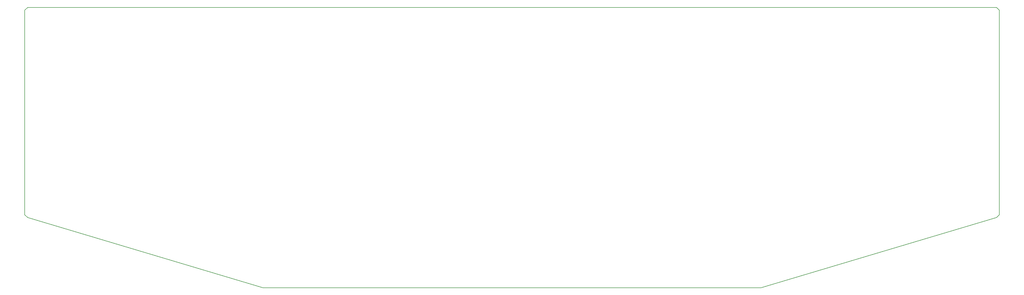
<source format=gbr>
G04 #@! TF.GenerationSoftware,KiCad,Pcbnew,7.0.10*
G04 #@! TF.CreationDate,2024-04-07T15:44:14+09:00*
G04 #@! TF.ProjectId,first_keyboard,66697273-745f-46b6-9579-626f6172642e,rev?*
G04 #@! TF.SameCoordinates,Original*
G04 #@! TF.FileFunction,Profile,NP*
%FSLAX46Y46*%
G04 Gerber Fmt 4.6, Leading zero omitted, Abs format (unit mm)*
G04 Created by KiCad (PCBNEW 7.0.10) date 2024-04-07 15:44:14*
%MOMM*%
%LPD*%
G01*
G04 APERTURE LIST*
G04 #@! TA.AperFunction,Profile*
%ADD10C,0.200000*%
G04 #@! TD*
G04 APERTURE END LIST*
D10*
X41481250Y-92868750D02*
X370475000Y-92868750D01*
X370475000Y-164306250D02*
X290512500Y-188118750D01*
X40481250Y-93868750D02*
X40481250Y-163306250D01*
X370475000Y-92868750D02*
X371475000Y-93868750D01*
X41481250Y-92868750D02*
X40481250Y-93868750D01*
X41481250Y-164306250D02*
X121443750Y-188118750D01*
X371475000Y-93868750D02*
X371475000Y-163306250D01*
X371475000Y-163306250D02*
X370475000Y-164306250D01*
X40481250Y-163306250D02*
X41481250Y-164306250D01*
X290512500Y-188118750D02*
X121443750Y-188118750D01*
M02*

</source>
